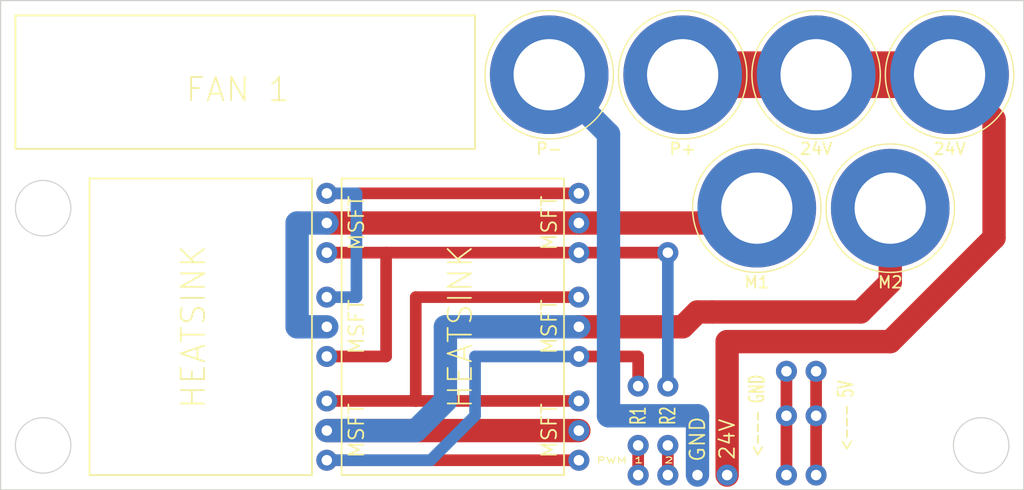
<source format=kicad_pcb>
(kicad_pcb (version 20221018) (generator pcbnew)
  (layers (0 "F.Cu" signal) (31 "B.Cu" signal) (34 "B.Paste" user) (35 "F.Paste" user) (36 "B.SilkS" user "B.Silkscreen") (37 "F.SilkS" user "F.Silkscreen") (38 "B.Mask" user) (39 "F.Mask" user) (44 "Edge.Cuts" user))
  (net 0 "")
  (footprint "" (layer "F.Cu") (at 118.11 105.41)
    (fp_text reference "" (at 0 0) (layer "F.SilkS") (effects (font (size 1.27 1.27))))
    (fp_text value "" (at 0 0) (layer "F.SilkS") (effects (font (size 1.27 1.27))))
    (pad "1" thru_hole circle (at 0 0) (size 1.8 1.8) (drill 0.9) (layers "*.Cu" "*.Mask"))
  )
  (footprint "" (layer "F.Cu") (at 160.02 110.49)
    (fp_text reference "" (at 0 0) (layer "F.SilkS") (effects (font (size 1.27 1.27))))
    (fp_text value "" (at 0 0) (layer "F.SilkS") (effects (font (size 1.27 1.27))))
    (pad "1" thru_hole circle (at 0 0) (size 1.8 1.8) (drill 0.9) (layers "*.Cu" "*.Mask"))
  )
  (footprint "" (layer "F.Cu") (at 139.7 109.22)
    (fp_text reference "" (at 0 0) (layer "F.SilkS") (effects (font (size 1.27 1.27))))
    (fp_text value "" (at 0 0) (layer "F.SilkS") (effects (font (size 1.27 1.27))))
    (pad "1" thru_hole circle (at 0 0) (size 1.8 1.8) (drill 0.9) (layers "*.Cu" "*.Mask"))
  )
  (footprint "" (layer "F.Cu") (at 157.48 115.57)
    (fp_text reference "" (at 0 0) (layer "F.SilkS") (effects (font (size 1.27 1.27))))
    (fp_text value "" (at 0 0) (layer "F.SilkS") (effects (font (size 1.27 1.27))))
    (pad "1" thru_hole circle (at 0 0) (size 1.8 1.8) (drill 0.9) (layers "*.Cu" "*.Mask"))
  )
  (footprint "" (layer "F.Cu") (at 144.78 107.95)
    (fp_text reference "" (at 0 0) (layer "F.SilkS") (effects (font (size 1.27 1.27))))
    (fp_text value "" (at 0 0) (layer "F.SilkS") (effects (font (size 1.27 1.27))))
    (pad "1" thru_hole circle (at 0 0) (size 1.8 1.8) (drill 0.9) (layers "*.Cu" "*.Mask"))
  )
  (footprint "" (layer "F.Cu") (at 139.7 93.98)
    (fp_text reference "" (at 0 0) (layer "F.SilkS") (effects (font (size 1.27 1.27))))
    (fp_text value "" (at 0 0) (layer "F.SilkS") (effects (font (size 1.27 1.27))))
    (pad "1" thru_hole circle (at 0 0) (size 1.8 1.8) (drill 0.9) (layers "*.Cu" "*.Mask"))
  )
  (footprint "" (layer "F.Cu") (at 144.78 113.03)
    (fp_text reference "" (at -3.81 0) (layer "F.SilkS") (effects (font (size 1.27 1.27))))
    (fp_text value "" (at -3.81 0) (layer "F.SilkS") (effects (font (size 1.27 1.27))))
    (pad "1" thru_hole circle (at 0 0) (size 1.8 1.8) (drill 0.9) (layers "*.Cu" "*.Mask"))
  )
  (footprint "" (layer "F.Cu") (at 139.7 111.76)
    (fp_text reference "" (at 0 0) (layer "F.SilkS") (effects (font (size 1.27 1.27))))
    (fp_text value "" (at 0 0) (layer "F.SilkS") (effects (font (size 1.27 1.27))))
    (pad "1" thru_hole circle (at 0 0) (size 1.8 1.8) (drill 0.9) (layers "*.Cu" "*.Mask"))
  )
  (footprint "" (layer "F.Cu") (at 160.02 106.68)
    (fp_text reference "" (at 0 0) (layer "F.SilkS") (effects (font (size 1.27 1.27))))
    (fp_text value "" (at 0 0) (layer "F.SilkS") (effects (font (size 1.27 1.27))))
    (pad "1" thru_hole circle (at 0 0) (size 1.8 1.8) (drill 0.9) (layers "*.Cu" "*.Mask"))
  )
  (footprint "" (layer "F.Cu") (at 157.48 110.49)
    (fp_text reference "" (at 0 0) (layer "F.SilkS") (effects (font (size 1.27 1.27))))
    (fp_text value "" (at 0 0) (layer "F.SilkS") (effects (font (size 1.27 1.27))))
    (pad "1" thru_hole circle (at 0 0) (size 1.8 1.8) (drill 0.9) (layers "*.Cu" "*.Mask"))
  )
  (footprint "" (layer "F.Cu") (at 139.685774 100.33)
    (fp_text reference "" (at 0 0) (layer "F.SilkS") (effects (font (size 1.27 1.27))))
    (fp_text value "" (at 0 0) (layer "F.SilkS") (effects (font (size 1.27 1.27))))
    (pad "1" thru_hole circle (at 0 0) (size 1.8 1.8) (drill 0.9) (layers "*.Cu" "*.Mask"))
  )
  (footprint "" (layer "F.Cu") (at 147.32 115.57)
    (fp_text reference "PWM 2" hide)
    (fp_text value "" (at 0 0) (layer "F.SilkS") (effects (font (size 1.27 1.27))))
    (pad "1" thru_hole circle (at 0 0) (size 1.8 1.8) (drill 0.9) (layers "*.Cu" "*.Mask"))
  )
  (footprint "" (layer "F.Cu") (at 118.11 111.76)
    (fp_text reference "" (at 0 0) (layer "F.SilkS") (effects (font (size 1.27 1.27))))
    (fp_text value "" (at 0 0) (layer "F.SilkS") (effects (font (size 1.27 1.27))))
    (pad "1" thru_hole circle (at 0 0) (size 1.8 1.8) (drill 0.9) (layers "*.Cu" "*.Mask"))
  )
  (footprint "Connector:Banana_Jack_1Pin" (layer "F.Cu") (at 160.02 81.28)
    (fp_text reference "REF**" hide)
    (fp_text value "24V" hide)
    (fp_circle (center 0 0) (end 5.5 0) (stroke (width 0.12)) (fill none) (layer "F.SilkS"))
    (pad "1" thru_hole circle (at 0 0) (size 10.16 10.16) (drill 6.1) (layers "*.Cu" "*.Mask"))
  )
  (footprint "" (layer "F.Cu") (at 139.7 105.41)
    (fp_text reference "" (at 0 0) (layer "F.SilkS") (effects (font (size 1.27 1.27))))
    (fp_text value "" (at 0 0) (layer "F.SilkS") (effects (font (size 1.27 1.27))))
    (pad "1" thru_hole circle (at 0 0) (size 1.8 1.8) (drill 0.9) (layers "*.Cu" "*.Mask"))
  )
  (footprint "Connector:Banana_Jack_1Pin" (layer "F.Cu") (at 148.59 81.28)
    (fp_text reference "REF**" hide)
    (fp_text value "P+" hide)
    (fp_circle (center 0 0) (end 5.5 0) (stroke (width 0.12)) (fill none) (layer "F.SilkS"))
    (pad "1" thru_hole circle (at 0 0) (size 10.16 10.16) (drill 6.1) (layers "*.Cu" "*.Mask"))
  )
  (footprint "Connector:Banana_Jack_1Pin" (layer "F.Cu") (at 154.94 92.71)
    (fp_text reference "REF**" hide)
    (fp_text value "M1" hide)
    (fp_circle (center 0 0) (end 5.5 0) (stroke (width 0.12)) (fill none) (layer "F.SilkS"))
    (pad "1" thru_hole circle (at 0 0) (size 10.16 10.16) (drill 6.1) (layers "*.Cu" "*.Mask"))
  )
  (footprint "" (layer "F.Cu") (at 118.11 91.44)
    (fp_text reference "" (at 0 0) (layer "F.SilkS") (effects (font (size 1.27 1.27))))
    (fp_text value "" (at 0 0) (layer "F.SilkS") (effects (font (size 1.27 1.27))))
    (pad "1" thru_hole circle (at 0 0) (size 1.8 1.8) (drill 0.9) (layers "*.Cu" "*.Mask"))
  )
  (footprint "Connector:Banana_Jack_1Pin" (layer "F.Cu") (at 171.45 81.28)
    (fp_text reference "REF**" hide)
    (fp_text value "24V" hide)
    (fp_circle (center 0 0) (end 5.5 0) (stroke (width 0.12)) (fill none) (layer "F.SilkS"))
    (pad "1" thru_hole circle (at 0 0) (size 10.16 10.16) (drill 6.1) (layers "*.Cu" "*.Mask"))
  )
  (footprint "" (layer "F.Cu") (at 149.86 115.57)
    (fp_text reference "" (at 7.62 -1.27) (layer "F.SilkS") (effects (font (size 1.27 1.27))))
    (fp_text value "" (at 7.62 -1.27) (layer "F.SilkS") (effects (font (size 1.27 1.27))))
    (pad "1" thru_hole circle (at 0 0) (size 1.8 1.8) (drill 0.9) (layers "*.Cu" "*.Mask"))
  )
  (footprint "" (layer "F.Cu") (at 147.32 96.52)
    (fp_text reference "" (at 0 0) (layer "F.SilkS") (effects (font (size 1.27 1.27))))
    (fp_text value "" (at 0 0) (layer "F.SilkS") (effects (font (size 1.27 1.27))))
    (pad "1" thru_hole circle (at 0 0) (size 1.8 1.8) (drill 0.9) (layers "*.Cu" "*.Mask"))
  )
  (footprint "" (layer "F.Cu") (at 118.11 93.98)
    (fp_text reference "" (at 0 0) (layer "F.SilkS") (effects (font (size 1.27 1.27))))
    (fp_text value "" (at 0 0) (layer "F.SilkS") (effects (font (size 1.27 1.27))))
    (pad "1" thru_hole circle (at 0 0) (size 1.8 1.8) (drill 0.9) (layers "*.Cu" "*.Mask"))
  )
  (footprint "" (layer "F.Cu") (at 139.7 96.52)
    (fp_text reference "" (at 0 0) (layer "F.SilkS") (effects (font (size 1.27 1.27))))
    (fp_text value "" (at 0 0) (layer "F.SilkS") (effects (font (size 1.27 1.27))))
    (pad "1" thru_hole circle (at 0 0) (size 1.8 1.8) (drill 0.9) (layers "*.Cu" "*.Mask"))
  )
  (footprint "" (layer "F.Cu") (at 118.11 96.52)
    (fp_text reference "" (at 0 0) (layer "F.SilkS") (effects (font (size 1.27 1.27))))
    (fp_text value "" (at 0 0) (layer "F.SilkS") (effects (font (size 1.27 1.27))))
    (pad "1" thru_hole circle (at 0 0) (size 1.8 1.8) (drill 0.9) (layers "*.Cu" "*.Mask"))
  )
  (footprint "" (layer "F.Cu") (at 139.7 91.44)
    (fp_text reference "" (at 0 0) (layer "F.SilkS") (effects (font (size 1.27 1.27))))
    (fp_text value "" (at 0 0) (layer "F.SilkS") (effects (font (size 1.27 1.27))))
    (pad "1" thru_hole circle (at 0 0) (size 1.8 1.8) (drill 0.9) (layers "*.Cu" "*.Mask"))
  )
  (footprint "" (layer "F.Cu") (at 139.7 114.3)
    (fp_text reference "" (at 0 0) (layer "F.SilkS") (effects (font (size 1.27 1.27))))
    (fp_text value "" (at 0 0) (layer "F.SilkS") (effects (font (size 1.27 1.27))))
    (pad "1" thru_hole circle (at 0 0) (size 1.8 1.8) (drill 0.9) (layers "*.Cu" "*.Mask"))
  )
  (footprint "" (layer "F.Cu") (at 118.11 114.3)
    (fp_text reference "" (at 0 0) (layer "F.SilkS") (effects (font (size 1.27 1.27))))
    (fp_text value "" (at 0 0) (layer "F.SilkS") (effects (font (size 1.27 1.27))))
    (pad "1" thru_hole circle (at 0 0) (size 1.8 1.8) (drill 0.9) (layers "*.Cu" "*.Mask"))
  )
  (footprint "" (layer "F.Cu") (at 118.11 102.87)
    (fp_text reference "" (at 0 0) (layer "F.SilkS") (effects (font (size 1.27 1.27))))
    (fp_text value "" (at 0 0) (layer "F.SilkS") (effects (font (size 1.27 1.27))))
    (pad "1" thru_hole circle (at 0 0) (size 1.8 1.8) (drill 0.9) (layers "*.Cu" "*.Mask"))
  )
  (footprint "" (layer "F.Cu") (at 152.4 115.57)
    (fp_text reference "" hide)
    (fp_text value "" hide)
    (pad "1" thru_hole circle (at 0 0) (size 1.8 1.8) (drill 0.9) (layers "*.Cu" "*.Mask"))
  )
  (footprint "" (layer "F.Cu") (at 147.32 107.95)
    (fp_text reference "" (at 0 0) (layer "F.SilkS") (effects (font (size 1.27 1.27))))
    (fp_text value "" (at 0 0) (layer "F.SilkS") (effects (font (size 1.27 1.27))))
    (pad "1" thru_hole circle (at 0 0) (size 1.8 1.8) (drill 0.9) (layers "*.Cu" "*.Mask"))
  )
  (footprint "" (layer "F.Cu") (at 118.11 100.33)
    (fp_text reference "" (at 0 0) (layer "F.SilkS") (effects (font (size 1.27 1.27))))
    (fp_text value "" (at 0 0) (layer "F.SilkS") (effects (font (size 1.27 1.27))))
    (pad "1" thru_hole circle (at 0 0) (size 1.8 1.8) (drill 0.9) (layers "*.Cu" "*.Mask"))
  )
  (footprint "" (layer "F.Cu") (at 147.32 113.03)
    (fp_text reference "" (at 0 0) (layer "F.SilkS") (effects (font (size 1.27 1.27))))
    (fp_text value "" (at 0 0) (layer "F.SilkS") (effects (font (size 1.27 1.27))))
    (pad "1" thru_hole circle (at 0 0) (size 1.8 1.8) (drill 0.9) (layers "*.Cu" "*.Mask"))
  )
  (footprint "Connector:Banana_Jack_1Pin" (layer "F.Cu") (at 166.37 92.71)
    (fp_text reference "REF**" hide)
    (fp_text value "M2" hide)
    (fp_circle (center 0 0) (end 5.5 0) (stroke (width 0.12)) (fill none) (layer "F.SilkS"))
    (pad "1" thru_hole circle (at 0 0) (size 10.16 10.16) (drill 6.1) (layers "*.Cu" "*.Mask"))
  )
  (footprint "" (layer "F.Cu") (at 139.7 102.87)
    (fp_text reference "" (at 0 0) (layer "F.SilkS") (effects (font (size 1.27 1.27))))
    (fp_text value "" (at 0 0) (layer "F.SilkS") (effects (font (size 1.27 1.27))))
    (pad "1" thru_hole circle (at 0 0) (size 1.8 1.8) (drill 0.9) (layers "*.Cu" "*.Mask"))
  )
  (footprint "" (layer "F.Cu") (at 160.02 115.57)
    (fp_text reference "" (at 0 0) (layer "F.SilkS") (effects (font (size 1.27 1.27))))
    (fp_text value "" (at 0 0) (layer "F.SilkS") (effects (font (size 1.27 1.27))))
    (pad "1" thru_hole circle (at 0 0) (size 1.8 1.8) (drill 0.9) (layers "*.Cu" "*.Mask"))
  )
  (footprint "" (layer "F.Cu") (at 157.48 106.68)
    (fp_text reference "" (at 0 0) (layer "F.SilkS") (effects (font (size 1.27 1.27))))
    (fp_text value "" (at 0 0) (layer "F.SilkS") (effects (font (size 1.27 1.27))))
    (pad "1" thru_hole circle (at 0 0) (size 1.8 1.8) (drill 0.9) (layers "*.Cu" "*.Mask"))
  )
  (footprint "" (layer "F.Cu") (at 144.78 115.57)
    (fp_text reference "" (at 1.27 0) (layer "F.SilkS") (effects (font (size 1.27 1.27))))
    (fp_text value "" (at 1.27 0) (layer "F.SilkS") (effects (font (size 1.27 1.27))))
    (pad "1" thru_hole circle (at 0 0) (size 1.8 1.8) (drill 0.9) (layers "*.Cu" "*.Mask"))
  )
  (footprint "Connector:Banana_Jack_1Pin" (layer "F.Cu") (at 137.16 81.28)
    (fp_text reference "REF**" hide)
    (fp_text value "P-" hide)
    (fp_circle (center 0 0) (end 5.5 0) (stroke (width 0.12)) (fill none) (layer "F.SilkS"))
    (pad "1" thru_hole circle (at 0 0) (size 10.16 10.16) (drill 6.1) (layers "*.Cu" "*.Mask"))
  )
  (footprint "" (layer "F.Cu") (at 118.11 109.22)
    (fp_text reference "" (at 0 0) (layer "F.SilkS") (effects (font (size 1.27 1.27))))
    (fp_text value "" (at 0 0) (layer "F.SilkS") (effects (font (size 1.27 1.27))))
    (pad "1" thru_hole circle (at 0 0) (size 1.8 1.8) (drill 0.9) (layers "*.Cu" "*.Mask"))
  )
  (gr_rect (start 91.44 76.2) (end 130.81 87.63) (stroke (width 0.15)) (fill none) (layer "F.SilkS"))
  (gr_rect (start 119.38 90.17) (end 138.43 115.57) (stroke (width 0.15)) (fill none) (layer "F.SilkS"))
  (gr_rect (start 97.79 90.17) (end 116.84 115.57) (stroke (width 0.15)) (fill none) (layer "F.SilkS"))
  (gr_circle (center 174.155 113.03) (end 176.53 113.03) (stroke (width 0.1)) (fill none) (layer "Edge.Cuts"))
  (gr_circle (center 93.815 92.71) (end 96.19 92.71) (stroke (width 0.1)) (fill none) (layer "Edge.Cuts"))
  (gr_rect (start 90.17 74.93) (end 177.8 116.84) (stroke (width 0.1)) (fill none) (layer "Edge.Cuts"))
  (gr_circle (center 93.815 113.03) (end 96.19 113.03) (stroke (width 0.1)) (fill none) (layer "Edge.Cuts"))
  (gr_text "MSFT" (at 137.16 93.98 90) (layer "F.SilkS") (effects (font (size 1.27 1.27))))
  (gr_text "M1" (at 154.94 99.06) (layer "F.SilkS") (effects (font (size 1 1))))
  (gr_text "PWM 1   2" (at 144.5 114.3) (layer "F.SilkS") (effects (font (size 0.5 0.8) (thickness 0.1) bold)))
  (gr_text "P-" (at 137.16 87.63) (layer "F.SilkS") (effects (font (size 1 1))))
  (gr_text "M2" (at 166.37 99.06) (layer "F.SilkS") (effects (font (size 1 1))))
  (gr_text "HEATSINK" (at 106.68 102.87 90) (layer "F.SilkS") (effects (font (size 2 2))))
  (gr_text "MSFT" (at 120.65 93.98 90) (layer "F.SilkS") (effects (font (size 1.27 1.27))))
  (gr_text "FAN 1" (at 110.49 82.55) (layer "F.SilkS") (effects (font (size 2 2))))
  (gr_text "<--- 5V\n" (at 162.56 110.49 90) (layer "F.SilkS") (effects (font (size 1.27 0.8))))
  (gr_text "24V" (at 152.4 112.5 90) (layer "F.SilkS") (effects (font (size 1.27 1.27))))
  (gr_text "HEATSINK" (at 129.54 102.87 90) (layer "F.SilkS") (effects (font (size 2 2))))
  (gr_text "24V" (at 160.02 87.63) (layer "F.SilkS") (effects (font (size 1 1))))
  (gr_text "MSFT" (at 120.65 111.76 90) (layer "F.SilkS") (effects (font (size 1.27 1.27))))
  (gr_text "MSFT" (at 137.16 102.87 90) (layer "F.SilkS") (effects (font (size 1.27 1.27))))
  (gr_text "R2" (at 147.32 110.49 90) (layer "F.SilkS") (effects (font (size 1.27 0.8))))
  (gr_text "R1" (at 144.78 110.49 90) (layer "F.SilkS") (effects (font (size 1.27 0.8))))
  (gr_text "MSFT" (at 137.16 111.76 90) (layer "F.SilkS") (effects (font (size 1.27 1.27))))
  (gr_text "GND" (at 149.86 112.5 90) (layer "F.SilkS") (effects (font (size 1.27 1.27))))
  (gr_text "<--- GND" (at 154.94 110.49 90) (layer "F.SilkS") (effects (font (size 1.27 0.8))))
  (gr_text "MSFT" (at 120.65 102.87 90) (layer "F.SilkS") (effects (font (size 1.27 1.27))))
  (gr_text "P+" (at 148.59 87.63) (layer "F.SilkS") (effects (font (size 1 1))))
  (gr_text "24V" (at 171.45 87.63) (layer "F.SilkS") (effects (font (size 1 1))))
  (segment (start 166.37 99.06) (end 163.83 101.6) (width 2) (layer "F.Cu") (net 0))
  (segment (start 171.45 81.28) (end 175.26 85.09) (width 2) (layer "F.Cu") (net 0))
  (segment (start 144.78 113.03) (end 144.78 115.57) (width 1) (layer "F.Cu") (net 0))
  (segment (start 148.59 81.28) (end 160.02 81.28) (width 4) (layer "F.Cu") (net 0))
  (segment (start 118.11 114.3) (end 139.7 114.3) (width 1) (layer "F.Cu") (net 0))
  (segment (start 152.4 104.14) (end 166.37 104.14) (width 2) (layer "F.Cu") (net 0))
  (segment (start 139.7 102.87) (end 148.59 102.87) (width 2) (layer "F.Cu") (net 0))
  (segment (start 118.11 105.41) (end 123.19 105.41) (width 1) (layer "F.Cu") (net 0))
  (segment (start 157.48 106.68) (end 157.48 110.49) (width 1) (layer "F.Cu") (net 0))
  (segment (start 147.32 113.03) (end 147.32 115.57) (width 1) (layer "F.Cu") (net 0))
  (segment (start 139.7 96.52) (end 123.19 96.52) (width 1) (layer "F.Cu") (net 0))
  (segment (start 163.83 101.6) (end 151.13 101.6) (width 2) (layer "F.Cu") (net 0))
  (segment (start 139.7 105.41) (end 144.78 105.41) (width 1) (layer "F.Cu") (net 0))
  (segment (start 153.67 93.98) (end 154.94 92.71) (width 2) (layer "F.Cu") (net 0))
  (segment (start 123.19 96.52) (end 118.11 96.52) (width 1) (layer "F.Cu") (net 0))
  (segment (start 125.73 100.33) (end 139.685774 100.33) (width 1) (layer "F.Cu") (net 0))
  (segment (start 123.19 105.41) (end 123.19 96.52) (width 1) (layer "F.Cu") (net 0))
  (segment (start 139.7 96.52) (end 147.32 96.52) (width 1) (layer "F.Cu") (net 0))
  (segment (start 157.48 115.57) (end 157.48 110.49) (width 1) (layer "F.Cu") (net 0))
  (segment (start 151.13 101.6) (end 149.86 101.6) (width 2) (layer "F.Cu") (net 0))
  (segment (start 125.73 109.22) (end 125.73 100.33) (width 1) (layer "F.Cu") (net 0))
  (segment (start 139.7 93.98) (end 153.67 93.98) (width 2) (layer "F.Cu") (net 0))
  (segment (start 160.02 81.28) (end 171.45 81.28) (width 4) (layer "F.Cu") (net 0))
  (segment (start 148.59 102.87) (end 149.86 101.6) (width 2) (layer "F.Cu") (net 0))
  (segment (start 125.73 109.22) (end 139.7 109.22) (width 1) (layer "F.Cu") (net 0))
  (segment (start 166.37 92.71) (end 166.37 99.06) (width 2) (layer "F.Cu") (net 0))
  (segment (start 144.78 105.41) (end 144.78 107.95) (width 1) (layer "F.Cu") (net 0))
  (segment (start 118.11 109.22) (end 125.73 109.22) (width 1) (layer "F.Cu") (net 0))
  (segment (start 160.02 110.49) (end 160.02 115.57) (width 1) (layer "F.Cu") (net 0))
  (segment (start 154.94 92.71) (end 152.4 92.71) (width 2) (layer "F.Cu") (net 0))
  (segment (start 152.4 115.57) (end 152.4 104.14) (width 2) (layer "F.Cu") (net 0))
  (segment (start 139.7 93.98) (end 118.11 93.98) (width 2) (layer "F.Cu") (net 0))
  (segment (start 139.7 91.44) (end 118.11 91.44) (width 1) (layer "F.Cu") (net 0))
  (segment (start 175.26 85.09) (end 175.26 95.25) (width 2) (layer "F.Cu") (net 0))
  (segment (start 175.26 95.25) (end 166.37 104.14) (width 2) (layer "F.Cu") (net 0))
  (segment (start 118.11 111.76) (end 139.7 111.76) (width 2) (layer "F.Cu") (net 0))
  (segment (start 160.02 106.68) (end 160.02 110.49) (width 1) (layer "F.Cu") (net 0))
  (segment (start 130.81 110.49) (end 127 114.3) (width 1) (layer "B.Cu") (net 0))
  (segment (start 118.11 100.33) (end 120.65 100.33) (width 1) (layer "B.Cu") (net 0))
  (segment (start 149.86 110.49) (end 149.86 115.57) (width 2) (layer "B.Cu") (net 0))
  (segment (start 139.7 102.87) (end 128.27 102.87) (width 2) (layer "B.Cu") (net 0))
  (segment (start 147.32 107.95) (end 147.32 96.52) (width 1) (layer "B.Cu") (net 0))
  (segment (start 128.27 109.22) (end 125.73 111.76) (width 2) (layer "B.Cu") (net 0))
  (segment (start 130.81 105.41) (end 130.81 110.49) (width 1) (layer "B.Cu") (net 0))
  (segment (start 127 114.3) (end 118.11 114.3) (width 1) (layer "B.Cu") (net 0))
  (segment (start 142.24 110.49) (end 149.86 110.49) (width 2) (layer "B.Cu") (net 0))
  (segment (start 115.57 93.98) (end 115.57 102.87) (width 2) (layer "B.Cu") (net 0))
  (segment (start 128.27 102.87) (end 128.27 109.22) (width 2) (layer "B.Cu") (net 0))
  (segment (start 125.73 111.76) (end 118.11 111.76) (width 2) (layer "B.Cu") (net 0))
  (segment (start 120.65 91.44) (end 118.11 91.44) (width 1) (layer "B.Cu") (net 0))
  (segment (start 139.7 105.41) (end 130.81 105.41) (width 1) (layer "B.Cu") (net 0))
  (segment (start 115.57 102.87) (end 118.11 102.87) (width 2) (layer "B.Cu") (net 0))
  (segment (start 142.24 86.36) (end 142.24 110.49) (width 2) (layer "B.Cu") (net 0))
  (segment (start 120.65 100.33) (end 120.65 91.44) (width 1) (layer "B.Cu") (net 0))
  (segment (start 118.11 93.98) (end 115.57 93.98) (width 2) (layer "B.Cu") (net 0))
  (segment (start 137.16 81.28) (end 142.24 86.36) (width 2) (layer "B.Cu") (net 0))
)
</source>
